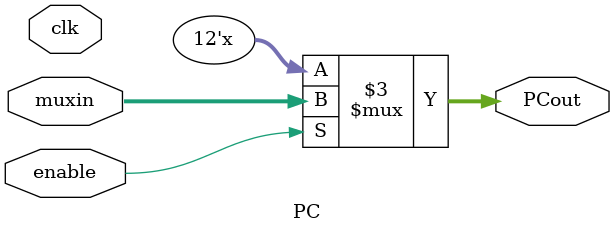
<source format=v>
`timescale 1ns / 1ps
module PC(
input [11:0] muxin,
input clk,
input enable,
output reg[11:0] PCout
    );
always @(clk)begin
	if(enable==1)begin
	PCout <= muxin;
	end
end
endmodule

</source>
